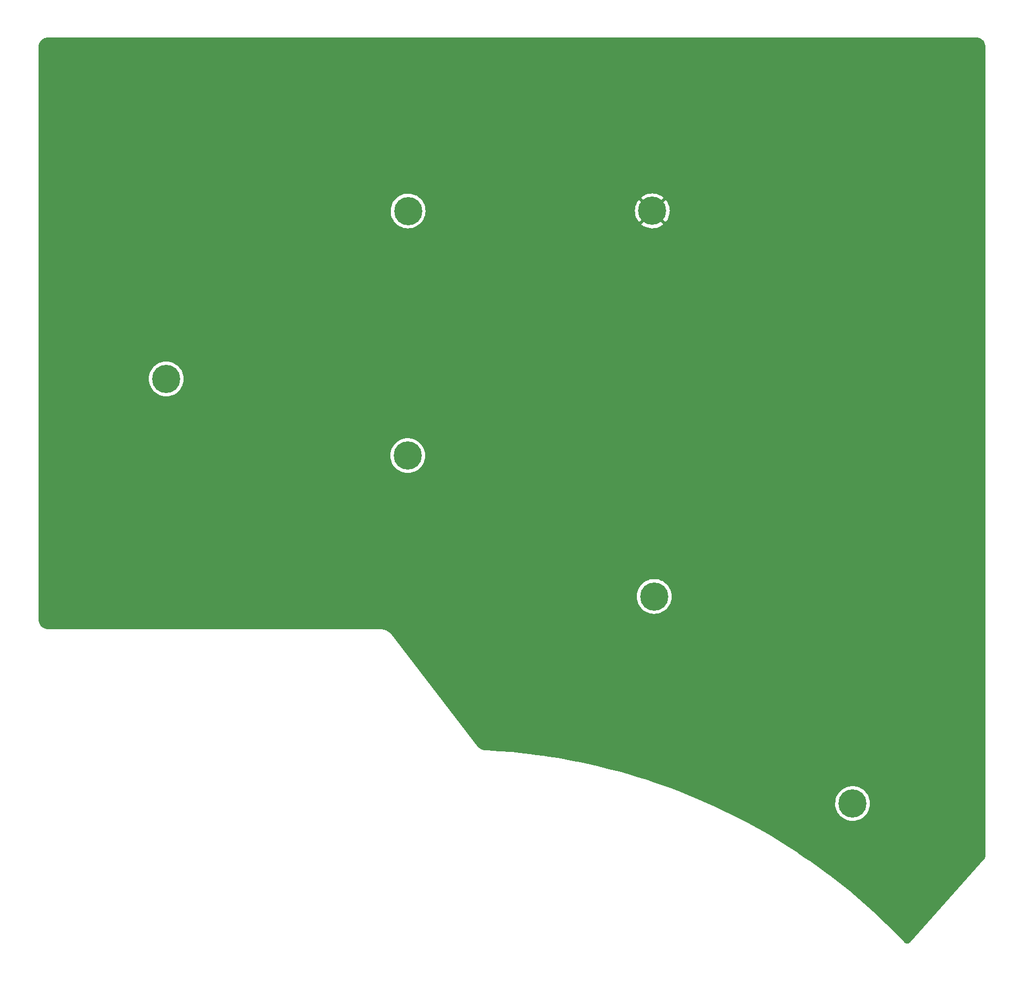
<source format=gtl>
G04 #@! TF.GenerationSoftware,KiCad,Pcbnew,(6.0.5)*
G04 #@! TF.CreationDate,2022-10-04T21:37:59-03:00*
G04 #@! TF.ProjectId,bluejay_base,626c7565-6a61-4795-9f62-6173652e6b69,rev?*
G04 #@! TF.SameCoordinates,Original*
G04 #@! TF.FileFunction,Copper,L1,Top*
G04 #@! TF.FilePolarity,Positive*
%FSLAX46Y46*%
G04 Gerber Fmt 4.6, Leading zero omitted, Abs format (unit mm)*
G04 Created by KiCad (PCBNEW (6.0.5)) date 2022-10-04 21:37:59*
%MOMM*%
%LPD*%
G01*
G04 APERTURE LIST*
G04 #@! TA.AperFunction,ComponentPad*
%ADD10C,4.400000*%
G04 #@! TD*
G04 APERTURE END LIST*
D10*
X-29150000Y-9550000D03*
X-29090000Y28590000D03*
X9000000Y28600000D03*
X40230000Y-63820000D03*
X9300000Y-31520000D03*
X-66800000Y2400000D03*
G04 #@! TA.AperFunction,Conductor*
G36*
X59543344Y55659259D02*
G01*
X59556057Y55656829D01*
X59564993Y55657686D01*
X59564995Y55657686D01*
X59570227Y55658188D01*
X59596413Y55657966D01*
X59776119Y55637646D01*
X59795446Y55633913D01*
X59993168Y55579409D01*
X60011672Y55572715D01*
X60198514Y55488073D01*
X60215733Y55478587D01*
X60387103Y55365884D01*
X60402651Y55353818D01*
X60554373Y55215804D01*
X60567855Y55201462D01*
X60696224Y55041511D01*
X60707305Y55025248D01*
X60808123Y54849130D01*
X60809204Y54847242D01*
X60817614Y54829458D01*
X60890548Y54637749D01*
X60896086Y54618869D01*
X60938269Y54418159D01*
X60940801Y54398639D01*
X60949618Y54225131D01*
X60948504Y54208163D01*
X60948653Y54208157D01*
X60948297Y54199182D01*
X60946674Y54190357D01*
X60947593Y54181431D01*
X60947593Y54181427D01*
X60950837Y54149927D01*
X60951500Y54137021D01*
X60951500Y-71927837D01*
X60950958Y-71939511D01*
X60950571Y-71943672D01*
X60948481Y-71952399D01*
X60948925Y-71961361D01*
X60949223Y-71967382D01*
X60947883Y-71992957D01*
X60935302Y-72073922D01*
X60926106Y-72133095D01*
X60921921Y-72151147D01*
X60872404Y-72310452D01*
X60865619Y-72327693D01*
X60813870Y-72435220D01*
X60794345Y-72464472D01*
X57392836Y-76276154D01*
X49263752Y-85385488D01*
X49254140Y-85395151D01*
X49225323Y-85421142D01*
X49220610Y-85428787D01*
X49219800Y-85429759D01*
X49201518Y-85452613D01*
X49138126Y-85514552D01*
X49134389Y-85518203D01*
X49111626Y-85535843D01*
X49041608Y-85578266D01*
X49015198Y-85594267D01*
X48989029Y-85606275D01*
X48885859Y-85639969D01*
X48881857Y-85641276D01*
X48853639Y-85647029D01*
X48741323Y-85656780D01*
X48712536Y-85655976D01*
X48641421Y-85645776D01*
X48600932Y-85639968D01*
X48573085Y-85632650D01*
X48468035Y-85591719D01*
X48442573Y-85578266D01*
X48417775Y-85561279D01*
X48349559Y-85514550D01*
X48327823Y-85495672D01*
X48268515Y-85430866D01*
X48258514Y-85418442D01*
X48253869Y-85411858D01*
X48249785Y-85403861D01*
X48234922Y-85388117D01*
X48222243Y-85372314D01*
X48210100Y-85354397D01*
X48201542Y-85345213D01*
X48199169Y-85343348D01*
X48197928Y-85342142D01*
X46858203Y-83966790D01*
X46858198Y-83966785D01*
X46857786Y-83966362D01*
X46857394Y-83965975D01*
X46857355Y-83965936D01*
X45487670Y-82614663D01*
X45487192Y-82614191D01*
X44089979Y-81289544D01*
X42666700Y-79992944D01*
X42666226Y-79992529D01*
X41218376Y-78725304D01*
X41218328Y-78725262D01*
X41217918Y-78724904D01*
X39744205Y-77485926D01*
X38246146Y-76276500D01*
X36724332Y-75097103D01*
X36255226Y-74748257D01*
X35179851Y-73948564D01*
X35179826Y-73948546D01*
X35179365Y-73948203D01*
X33611856Y-72830254D01*
X32876703Y-72327693D01*
X32022949Y-71744055D01*
X32022935Y-71744046D01*
X32022425Y-71743697D01*
X31725566Y-71549308D01*
X30412280Y-70689342D01*
X30412247Y-70689321D01*
X30411702Y-70688964D01*
X29972948Y-70413967D01*
X28780838Y-69666793D01*
X28780808Y-69666774D01*
X28780322Y-69666470D01*
X27128931Y-68676620D01*
X25458182Y-67719806D01*
X23768736Y-66796406D01*
X23768199Y-66796126D01*
X23768178Y-66796115D01*
X22061787Y-65907060D01*
X22061783Y-65907058D01*
X22061261Y-65906786D01*
X22060783Y-65906549D01*
X22060736Y-65906525D01*
X21052289Y-65406351D01*
X20336433Y-65051297D01*
X18594933Y-64230277D01*
X17614306Y-63791585D01*
X37516698Y-63791585D01*
X37532936Y-64117759D01*
X37533577Y-64121490D01*
X37533578Y-64121498D01*
X37578145Y-64380861D01*
X37588241Y-64439619D01*
X37681814Y-64752504D01*
X37812297Y-65051881D01*
X37814220Y-65055152D01*
X37814222Y-65055156D01*
X37856584Y-65127215D01*
X37977802Y-65333414D01*
X37980103Y-65336429D01*
X38173631Y-65590012D01*
X38173636Y-65590017D01*
X38175931Y-65593025D01*
X38403814Y-65826953D01*
X38476635Y-65885607D01*
X38655196Y-66029431D01*
X38655201Y-66029435D01*
X38658149Y-66031809D01*
X38935253Y-66204627D01*
X39231112Y-66342903D01*
X39541440Y-66444634D01*
X39861742Y-66508346D01*
X39865514Y-66508633D01*
X39865522Y-66508634D01*
X40183602Y-66532829D01*
X40183607Y-66532829D01*
X40187379Y-66533116D01*
X40513633Y-66518586D01*
X40573425Y-66508634D01*
X40832037Y-66465590D01*
X40832042Y-66465589D01*
X40835778Y-66464967D01*
X41149149Y-66373034D01*
X41152616Y-66371544D01*
X41152620Y-66371543D01*
X41445721Y-66245616D01*
X41445723Y-66245615D01*
X41449205Y-66244119D01*
X41731601Y-66080091D01*
X41960804Y-65907060D01*
X41989221Y-65885607D01*
X41989222Y-65885606D01*
X41992245Y-65883324D01*
X42227363Y-65656670D01*
X42433549Y-65403410D01*
X42479776Y-65330144D01*
X42605788Y-65130428D01*
X42605790Y-65130425D01*
X42607815Y-65127215D01*
X42747638Y-64832084D01*
X42774188Y-64752504D01*
X42849790Y-64525897D01*
X42849792Y-64525891D01*
X42850992Y-64522293D01*
X42916381Y-64202329D01*
X42922956Y-64121498D01*
X42942674Y-63879061D01*
X42942856Y-63876826D01*
X42943451Y-63820000D01*
X42941510Y-63787796D01*
X42924026Y-63497793D01*
X42924026Y-63497789D01*
X42923798Y-63494015D01*
X42918650Y-63465824D01*
X42865805Y-63176473D01*
X42865804Y-63176469D01*
X42865125Y-63172751D01*
X42857722Y-63148907D01*
X42769404Y-62864477D01*
X42768282Y-62860863D01*
X42634670Y-62562869D01*
X42466226Y-62283084D01*
X42463899Y-62280100D01*
X42463894Y-62280093D01*
X42267726Y-62028558D01*
X42267724Y-62028556D01*
X42265390Y-62025563D01*
X42035070Y-61794034D01*
X41778603Y-61591852D01*
X41499705Y-61421945D01*
X41496261Y-61420379D01*
X41496257Y-61420377D01*
X41385667Y-61370095D01*
X41202414Y-61286775D01*
X40891037Y-61188300D01*
X40673492Y-61147390D01*
X40573809Y-61128645D01*
X40573807Y-61128645D01*
X40570086Y-61127945D01*
X40244208Y-61106586D01*
X40240428Y-61106794D01*
X40240427Y-61106794D01*
X40142897Y-61112162D01*
X39918124Y-61124532D01*
X39914397Y-61125193D01*
X39914393Y-61125193D01*
X39757340Y-61153027D01*
X39596557Y-61181522D01*
X39592941Y-61182624D01*
X39592933Y-61182626D01*
X39287789Y-61275627D01*
X39284167Y-61276731D01*
X38985477Y-61408781D01*
X38960041Y-61423914D01*
X38708074Y-61573817D01*
X38708068Y-61573821D01*
X38704814Y-61575757D01*
X38446244Y-61775243D01*
X38443534Y-61777911D01*
X38241076Y-61977214D01*
X38213513Y-62004347D01*
X38211149Y-62007314D01*
X38211146Y-62007317D01*
X38194220Y-62028558D01*
X38009991Y-62259751D01*
X37838626Y-62537757D01*
X37701902Y-62834336D01*
X37700741Y-62837940D01*
X37700741Y-62837941D01*
X37692196Y-62864477D01*
X37601797Y-63145192D01*
X37601079Y-63148903D01*
X37601078Y-63148907D01*
X37540482Y-63462105D01*
X37540481Y-63462114D01*
X37539763Y-63465824D01*
X37539496Y-63469600D01*
X37539495Y-63469605D01*
X37516966Y-63787796D01*
X37516698Y-63791585D01*
X17614306Y-63791585D01*
X16837451Y-63444052D01*
X16836898Y-63443818D01*
X16836862Y-63443802D01*
X15469556Y-62864477D01*
X15064681Y-62692932D01*
X14669100Y-62534528D01*
X13277918Y-61977451D01*
X13277879Y-61977436D01*
X13277325Y-61977214D01*
X13276738Y-61976992D01*
X13276719Y-61976985D01*
X11476653Y-61297394D01*
X11476089Y-61297181D01*
X9661686Y-60653103D01*
X7834833Y-60045234D01*
X7442911Y-59923427D01*
X5996799Y-59473984D01*
X5996765Y-59473974D01*
X5996254Y-59473815D01*
X5847557Y-59430824D01*
X4147311Y-58939254D01*
X4146675Y-58939070D01*
X3834947Y-58855624D01*
X2287407Y-58441368D01*
X2287383Y-58441362D01*
X2286827Y-58441213D01*
X2286230Y-58441066D01*
X2286215Y-58441062D01*
X418104Y-57980602D01*
X417447Y-57980440D01*
X-1460726Y-57556933D01*
X-1461264Y-57556823D01*
X-1461282Y-57556819D01*
X-2205702Y-57404451D01*
X-3346951Y-57170859D01*
X-5240479Y-56822371D01*
X-5809020Y-56729385D01*
X-7139939Y-56511710D01*
X-7139961Y-56511707D01*
X-7140564Y-56511608D01*
X-7141156Y-56511523D01*
X-7141177Y-56511520D01*
X-7953693Y-56395171D01*
X-9046452Y-56238692D01*
X-10054219Y-56114781D01*
X-10956770Y-56003807D01*
X-10956804Y-56003803D01*
X-10957391Y-56003731D01*
X-12872625Y-55806817D01*
X-14791395Y-55648029D01*
X-16694925Y-55528561D01*
X-16698742Y-55528168D01*
X-16700394Y-55527800D01*
X-16706267Y-55527418D01*
X-16708057Y-55527301D01*
X-16708063Y-55527301D01*
X-16712921Y-55526985D01*
X-16717766Y-55527420D01*
X-16717780Y-55527420D01*
X-16728768Y-55528407D01*
X-16751290Y-55528408D01*
X-16758189Y-55527789D01*
X-16758194Y-55527789D01*
X-16767131Y-55526988D01*
X-16782621Y-55530048D01*
X-16782912Y-55530106D01*
X-16807620Y-55532495D01*
X-17010101Y-55532032D01*
X-17027017Y-55530852D01*
X-17196476Y-55507496D01*
X-17253425Y-55499647D01*
X-17270025Y-55496207D01*
X-17490185Y-55434884D01*
X-17506174Y-55429247D01*
X-17716120Y-55338912D01*
X-17731209Y-55331177D01*
X-17927112Y-55213478D01*
X-17941028Y-55203786D01*
X-18090103Y-55084292D01*
X-18110956Y-55063076D01*
X-31883474Y-37260306D01*
X-31892252Y-37247374D01*
X-31904846Y-37226088D01*
X-31904846Y-37226087D01*
X-31909418Y-37218361D01*
X-31958435Y-37172511D01*
X-31960078Y-37170945D01*
X-32001780Y-37130498D01*
X-32001783Y-37130496D01*
X-32008227Y-37124246D01*
X-32012371Y-37122059D01*
X-32015792Y-37118859D01*
X-32019815Y-37116122D01*
X-32019818Y-37116119D01*
X-32022148Y-37114534D01*
X-32026170Y-37111797D01*
X-32032077Y-37108994D01*
X-32034494Y-37107846D01*
X-32044582Y-37102484D01*
X-32283093Y-36961497D01*
X-32283095Y-36961496D01*
X-32285888Y-36959845D01*
X-32288831Y-36958492D01*
X-32288837Y-36958489D01*
X-32556266Y-36835554D01*
X-32559222Y-36834195D01*
X-32562292Y-36833151D01*
X-32562301Y-36833147D01*
X-32840941Y-36738355D01*
X-32840950Y-36738353D01*
X-32844023Y-36737307D01*
X-32901857Y-36724074D01*
X-33134110Y-36670932D01*
X-33134118Y-36670931D01*
X-33137276Y-36670208D01*
X-33435872Y-36633608D01*
X-33439102Y-36633547D01*
X-33439111Y-36633546D01*
X-33693743Y-36628711D01*
X-33700958Y-36628574D01*
X-33715424Y-36627464D01*
X-33719312Y-36626939D01*
X-33719313Y-36626939D01*
X-33724142Y-36626287D01*
X-33729014Y-36626386D01*
X-33731828Y-36626443D01*
X-33731830Y-36626443D01*
X-33736692Y-36626542D01*
X-33741977Y-36627475D01*
X-33753906Y-36629581D01*
X-33775812Y-36631500D01*
X-85177161Y-36631500D01*
X-85197907Y-36629780D01*
X-85209252Y-36627886D01*
X-85209253Y-36627886D01*
X-85218107Y-36626408D01*
X-85233441Y-36628243D01*
X-85258730Y-36628711D01*
X-85429776Y-36614650D01*
X-85447464Y-36611921D01*
X-85639597Y-36568112D01*
X-85656720Y-36562904D01*
X-85840707Y-36492314D01*
X-85856919Y-36484732D01*
X-86029040Y-36388791D01*
X-86044015Y-36378989D01*
X-86200812Y-36259624D01*
X-86214247Y-36247799D01*
X-86283399Y-36177610D01*
X-86352555Y-36107417D01*
X-86364171Y-36093815D01*
X-86481193Y-35935253D01*
X-86490768Y-35920139D01*
X-86584139Y-35746604D01*
X-86591479Y-35730281D01*
X-86659323Y-35545260D01*
X-86664275Y-35528061D01*
X-86705217Y-35335306D01*
X-86707683Y-35317578D01*
X-86718718Y-35153432D01*
X-86717884Y-35135185D01*
X-86717754Y-35127174D01*
X-86716338Y-35118307D01*
X-86720500Y-35085470D01*
X-86721500Y-35069627D01*
X-86721500Y-31491585D01*
X6586698Y-31491585D01*
X6602936Y-31817759D01*
X6603577Y-31821490D01*
X6603578Y-31821498D01*
X6618109Y-31906060D01*
X6658241Y-32139619D01*
X6751814Y-32452504D01*
X6882297Y-32751881D01*
X6884220Y-32755152D01*
X6884222Y-32755156D01*
X6926584Y-32827215D01*
X7047802Y-33033414D01*
X7050103Y-33036429D01*
X7243631Y-33290012D01*
X7243636Y-33290017D01*
X7245931Y-33293025D01*
X7473814Y-33526953D01*
X7546635Y-33585607D01*
X7725196Y-33729431D01*
X7725201Y-33729435D01*
X7728149Y-33731809D01*
X8005253Y-33904627D01*
X8301112Y-34042903D01*
X8611440Y-34144634D01*
X8931742Y-34208346D01*
X8935514Y-34208633D01*
X8935522Y-34208634D01*
X9253602Y-34232829D01*
X9253607Y-34232829D01*
X9257379Y-34233116D01*
X9583633Y-34218586D01*
X9643425Y-34208634D01*
X9902037Y-34165590D01*
X9902042Y-34165589D01*
X9905778Y-34164967D01*
X10219149Y-34073034D01*
X10222616Y-34071544D01*
X10222620Y-34071543D01*
X10515721Y-33945616D01*
X10515723Y-33945615D01*
X10519205Y-33944119D01*
X10801601Y-33780091D01*
X11062245Y-33583324D01*
X11297363Y-33356670D01*
X11503549Y-33103410D01*
X11677815Y-32827215D01*
X11817638Y-32532084D01*
X11844188Y-32452504D01*
X11919790Y-32225897D01*
X11919792Y-32225891D01*
X11920992Y-32222293D01*
X11986381Y-31902329D01*
X11992956Y-31821498D01*
X12012674Y-31579061D01*
X12012856Y-31576826D01*
X12013451Y-31520000D01*
X12011510Y-31487796D01*
X11994026Y-31197793D01*
X11994026Y-31197789D01*
X11993798Y-31194015D01*
X11988650Y-31165824D01*
X11935805Y-30876473D01*
X11935804Y-30876469D01*
X11935125Y-30872751D01*
X11927722Y-30848907D01*
X11839404Y-30564477D01*
X11838282Y-30560863D01*
X11704670Y-30262869D01*
X11536226Y-29983084D01*
X11533899Y-29980100D01*
X11533894Y-29980093D01*
X11337726Y-29728558D01*
X11337724Y-29728556D01*
X11335390Y-29725563D01*
X11105070Y-29494034D01*
X10848603Y-29291852D01*
X10569705Y-29121945D01*
X10566261Y-29120379D01*
X10566257Y-29120377D01*
X10455667Y-29070095D01*
X10272414Y-28986775D01*
X9961037Y-28888300D01*
X9743492Y-28847390D01*
X9643809Y-28828645D01*
X9643807Y-28828645D01*
X9640086Y-28827945D01*
X9314208Y-28806586D01*
X9310428Y-28806794D01*
X9310427Y-28806794D01*
X9212897Y-28812162D01*
X8988124Y-28824532D01*
X8984397Y-28825193D01*
X8984393Y-28825193D01*
X8827341Y-28853027D01*
X8666557Y-28881522D01*
X8662941Y-28882624D01*
X8662933Y-28882626D01*
X8357789Y-28975627D01*
X8354167Y-28976731D01*
X8055477Y-29108781D01*
X8030041Y-29123914D01*
X7778074Y-29273817D01*
X7778068Y-29273821D01*
X7774814Y-29275757D01*
X7516244Y-29475243D01*
X7283513Y-29704347D01*
X7281149Y-29707314D01*
X7281146Y-29707317D01*
X7264220Y-29728558D01*
X7079991Y-29959751D01*
X6908626Y-30237757D01*
X6771902Y-30534336D01*
X6770741Y-30537940D01*
X6770741Y-30537941D01*
X6762196Y-30564477D01*
X6671797Y-30845192D01*
X6671079Y-30848903D01*
X6671078Y-30848907D01*
X6610482Y-31162105D01*
X6610481Y-31162114D01*
X6609763Y-31165824D01*
X6586698Y-31491585D01*
X-86721500Y-31491585D01*
X-86721500Y-9521585D01*
X-31863302Y-9521585D01*
X-31847064Y-9847759D01*
X-31846423Y-9851490D01*
X-31846422Y-9851498D01*
X-31831891Y-9936060D01*
X-31791759Y-10169619D01*
X-31698186Y-10482504D01*
X-31567703Y-10781881D01*
X-31565780Y-10785152D01*
X-31565778Y-10785156D01*
X-31523416Y-10857215D01*
X-31402198Y-11063414D01*
X-31399897Y-11066429D01*
X-31206369Y-11320012D01*
X-31206364Y-11320017D01*
X-31204069Y-11323025D01*
X-30976186Y-11556953D01*
X-30903365Y-11615607D01*
X-30724804Y-11759431D01*
X-30724799Y-11759435D01*
X-30721851Y-11761809D01*
X-30444747Y-11934627D01*
X-30148888Y-12072903D01*
X-29838560Y-12174634D01*
X-29518258Y-12238346D01*
X-29514486Y-12238633D01*
X-29514478Y-12238634D01*
X-29196398Y-12262829D01*
X-29196393Y-12262829D01*
X-29192621Y-12263116D01*
X-28866367Y-12248586D01*
X-28806575Y-12238634D01*
X-28547963Y-12195590D01*
X-28547958Y-12195589D01*
X-28544222Y-12194967D01*
X-28230851Y-12103034D01*
X-28227384Y-12101544D01*
X-28227380Y-12101543D01*
X-27934279Y-11975616D01*
X-27934277Y-11975615D01*
X-27930795Y-11974119D01*
X-27648399Y-11810091D01*
X-27387755Y-11613324D01*
X-27152637Y-11386670D01*
X-26946451Y-11133410D01*
X-26772185Y-10857215D01*
X-26632362Y-10562084D01*
X-26605812Y-10482504D01*
X-26530210Y-10255897D01*
X-26530208Y-10255891D01*
X-26529008Y-10252293D01*
X-26463619Y-9932329D01*
X-26457044Y-9851498D01*
X-26437326Y-9609061D01*
X-26437144Y-9606826D01*
X-26436549Y-9550000D01*
X-26438490Y-9517796D01*
X-26455974Y-9227793D01*
X-26455974Y-9227789D01*
X-26456202Y-9224015D01*
X-26461350Y-9195824D01*
X-26514195Y-8906473D01*
X-26514196Y-8906469D01*
X-26514875Y-8902751D01*
X-26522278Y-8878907D01*
X-26610596Y-8594477D01*
X-26611718Y-8590863D01*
X-26745330Y-8292869D01*
X-26913774Y-8013084D01*
X-26916101Y-8010100D01*
X-26916106Y-8010093D01*
X-27112274Y-7758558D01*
X-27112276Y-7758556D01*
X-27114610Y-7755563D01*
X-27344930Y-7524034D01*
X-27601397Y-7321852D01*
X-27880295Y-7151945D01*
X-27883739Y-7150379D01*
X-27883743Y-7150377D01*
X-27994333Y-7100095D01*
X-28177586Y-7016775D01*
X-28488963Y-6918300D01*
X-28706508Y-6877390D01*
X-28806191Y-6858645D01*
X-28806193Y-6858645D01*
X-28809914Y-6857945D01*
X-29135792Y-6836586D01*
X-29139572Y-6836794D01*
X-29139573Y-6836794D01*
X-29237103Y-6842162D01*
X-29461876Y-6854532D01*
X-29465603Y-6855193D01*
X-29465607Y-6855193D01*
X-29622659Y-6883027D01*
X-29783443Y-6911522D01*
X-29787059Y-6912624D01*
X-29787067Y-6912626D01*
X-30092211Y-7005627D01*
X-30095833Y-7006731D01*
X-30394523Y-7138781D01*
X-30419959Y-7153914D01*
X-30671926Y-7303817D01*
X-30671932Y-7303821D01*
X-30675186Y-7305757D01*
X-30933756Y-7505243D01*
X-31166487Y-7734347D01*
X-31168851Y-7737314D01*
X-31168854Y-7737317D01*
X-31185780Y-7758558D01*
X-31370009Y-7989751D01*
X-31541374Y-8267757D01*
X-31678098Y-8564336D01*
X-31679259Y-8567940D01*
X-31679259Y-8567941D01*
X-31687804Y-8594477D01*
X-31778203Y-8875192D01*
X-31778921Y-8878903D01*
X-31778922Y-8878907D01*
X-31839518Y-9192105D01*
X-31839519Y-9192114D01*
X-31840237Y-9195824D01*
X-31863302Y-9521585D01*
X-86721500Y-9521585D01*
X-86721500Y2428415D01*
X-69513302Y2428415D01*
X-69497064Y2102241D01*
X-69496423Y2098510D01*
X-69496422Y2098502D01*
X-69481891Y2013940D01*
X-69441759Y1780381D01*
X-69348186Y1467496D01*
X-69217703Y1168119D01*
X-69215780Y1164848D01*
X-69215778Y1164844D01*
X-69173416Y1092785D01*
X-69052198Y886586D01*
X-69049897Y883571D01*
X-68856369Y629988D01*
X-68856364Y629983D01*
X-68854069Y626975D01*
X-68626186Y393047D01*
X-68553365Y334393D01*
X-68374804Y190569D01*
X-68374799Y190565D01*
X-68371851Y188191D01*
X-68094747Y15373D01*
X-67798888Y-122903D01*
X-67488560Y-224634D01*
X-67168258Y-288346D01*
X-67164486Y-288633D01*
X-67164478Y-288634D01*
X-66846398Y-312829D01*
X-66846393Y-312829D01*
X-66842621Y-313116D01*
X-66516367Y-298586D01*
X-66456575Y-288634D01*
X-66197963Y-245590D01*
X-66197958Y-245589D01*
X-66194222Y-244967D01*
X-65880851Y-153034D01*
X-65877384Y-151544D01*
X-65877380Y-151543D01*
X-65584279Y-25616D01*
X-65584277Y-25615D01*
X-65580795Y-24119D01*
X-65298399Y139909D01*
X-65037755Y336676D01*
X-64802637Y563330D01*
X-64596451Y816590D01*
X-64422185Y1092785D01*
X-64282362Y1387916D01*
X-64255812Y1467496D01*
X-64180210Y1694103D01*
X-64180208Y1694109D01*
X-64179008Y1697707D01*
X-64113619Y2017671D01*
X-64107044Y2098502D01*
X-64087326Y2340939D01*
X-64087144Y2343174D01*
X-64086549Y2400000D01*
X-64088490Y2432204D01*
X-64105974Y2722207D01*
X-64105974Y2722211D01*
X-64106202Y2725985D01*
X-64111350Y2754176D01*
X-64164195Y3043527D01*
X-64164196Y3043531D01*
X-64164875Y3047249D01*
X-64172278Y3071093D01*
X-64260596Y3355523D01*
X-64261718Y3359137D01*
X-64395330Y3657131D01*
X-64563774Y3936916D01*
X-64566101Y3939900D01*
X-64566106Y3939907D01*
X-64762274Y4191442D01*
X-64762276Y4191444D01*
X-64764610Y4194437D01*
X-64994930Y4425966D01*
X-65251397Y4628148D01*
X-65530295Y4798055D01*
X-65533739Y4799621D01*
X-65533743Y4799623D01*
X-65644333Y4849905D01*
X-65827586Y4933225D01*
X-66138963Y5031700D01*
X-66356508Y5072610D01*
X-66456191Y5091355D01*
X-66456193Y5091355D01*
X-66459914Y5092055D01*
X-66785792Y5113414D01*
X-66789572Y5113206D01*
X-66789573Y5113206D01*
X-66887103Y5107838D01*
X-67111876Y5095468D01*
X-67115603Y5094807D01*
X-67115607Y5094807D01*
X-67272659Y5066973D01*
X-67433443Y5038478D01*
X-67437059Y5037376D01*
X-67437067Y5037374D01*
X-67742211Y4944373D01*
X-67745833Y4943269D01*
X-68044523Y4811219D01*
X-68069959Y4796086D01*
X-68321926Y4646183D01*
X-68321932Y4646179D01*
X-68325186Y4644243D01*
X-68583756Y4444757D01*
X-68816487Y4215653D01*
X-68818851Y4212686D01*
X-68818854Y4212683D01*
X-68835780Y4191442D01*
X-69020009Y3960249D01*
X-69191374Y3682243D01*
X-69328098Y3385664D01*
X-69329259Y3382060D01*
X-69329259Y3382059D01*
X-69337804Y3355523D01*
X-69428203Y3074808D01*
X-69428921Y3071097D01*
X-69428922Y3071093D01*
X-69489518Y2757895D01*
X-69489519Y2757886D01*
X-69490237Y2754176D01*
X-69513302Y2428415D01*
X-86721500Y2428415D01*
X-86721500Y28618415D01*
X-31803302Y28618415D01*
X-31799668Y28545424D01*
X-31787378Y28298557D01*
X-31787064Y28292241D01*
X-31786423Y28288510D01*
X-31786422Y28288502D01*
X-31732871Y27976854D01*
X-31731759Y27970381D01*
X-31638186Y27657496D01*
X-31507703Y27358119D01*
X-31505780Y27354848D01*
X-31505778Y27354844D01*
X-31463416Y27282785D01*
X-31342198Y27076586D01*
X-31339897Y27073571D01*
X-31146369Y26819988D01*
X-31146364Y26819983D01*
X-31144069Y26816975D01*
X-30916186Y26583047D01*
X-30816986Y26503146D01*
X-30664804Y26380569D01*
X-30664799Y26380565D01*
X-30661851Y26378191D01*
X-30384747Y26205373D01*
X-30088888Y26067097D01*
X-29778560Y25965366D01*
X-29458258Y25901654D01*
X-29454486Y25901367D01*
X-29454478Y25901366D01*
X-29136398Y25877171D01*
X-29136393Y25877171D01*
X-29132621Y25876884D01*
X-28806367Y25891414D01*
X-28746575Y25901366D01*
X-28487963Y25944410D01*
X-28487958Y25944411D01*
X-28484222Y25945033D01*
X-28170851Y26036966D01*
X-28167384Y26038456D01*
X-28167380Y26038457D01*
X-27874279Y26164384D01*
X-27874277Y26164385D01*
X-27870795Y26165881D01*
X-27588399Y26329909D01*
X-27345106Y26513577D01*
X7278703Y26513577D01*
X7286227Y26503146D01*
X7425483Y26390980D01*
X7431657Y26386592D01*
X7702271Y26217822D01*
X7708931Y26214206D01*
X7997852Y26079173D01*
X8004905Y26076380D01*
X8307970Y25977030D01*
X8315282Y25975112D01*
X8628092Y25912891D01*
X8635590Y25911863D01*
X8953610Y25887672D01*
X8961173Y25887554D01*
X9279785Y25901743D01*
X9287326Y25902535D01*
X9601924Y25954899D01*
X9609302Y25956589D01*
X9915355Y26046375D01*
X9922450Y26048929D01*
X10215496Y26174831D01*
X10222263Y26178235D01*
X10498042Y26338420D01*
X10504349Y26342610D01*
X10714305Y26501111D01*
X10722761Y26512504D01*
X10716045Y26524744D01*
X9012810Y28227980D01*
X8998869Y28235592D01*
X8997034Y28235461D01*
X8990420Y28231210D01*
X7285818Y26526607D01*
X7278703Y26513577D01*
X-27345106Y26513577D01*
X-27327755Y26526676D01*
X-27092637Y26753330D01*
X-26886451Y27006590D01*
X-26840224Y27079856D01*
X-26714212Y27279572D01*
X-26714210Y27279575D01*
X-26712185Y27282785D01*
X-26572362Y27577916D01*
X-26570110Y27584665D01*
X-26470210Y27884103D01*
X-26470208Y27884109D01*
X-26469008Y27887707D01*
X-26403619Y28207671D01*
X-26401358Y28235461D01*
X-26377326Y28530939D01*
X-26377144Y28533174D01*
X-26376549Y28590000D01*
X-26377083Y28598869D01*
X-26378635Y28624617D01*
X6287388Y28624617D01*
X6303245Y28306086D01*
X6304076Y28298557D01*
X6358085Y27984241D01*
X6359818Y27976854D01*
X6451196Y27671305D01*
X6453799Y27664192D01*
X6581227Y27371827D01*
X6584669Y27365071D01*
X6746296Y27090135D01*
X6750519Y27083850D01*
X6901463Y26886066D01*
X6912989Y26877604D01*
X6925054Y26884265D01*
X8627980Y28587190D01*
X8634357Y28598869D01*
X9364408Y28598869D01*
X9364539Y28597034D01*
X9368790Y28590420D01*
X11073285Y26885926D01*
X11086408Y26878760D01*
X11096709Y26886149D01*
X11200751Y27013945D01*
X11205164Y27020086D01*
X11375349Y27289813D01*
X11379005Y27296464D01*
X11515544Y27584665D01*
X11518375Y27591705D01*
X11619306Y27894233D01*
X11621270Y27901567D01*
X11685122Y28214011D01*
X11686194Y28221535D01*
X11712173Y28540949D01*
X11712378Y28545424D01*
X11712927Y28597779D01*
X11712817Y28602211D01*
X11693529Y28922147D01*
X11692621Y28929649D01*
X11635319Y29243407D01*
X11633518Y29250740D01*
X11538935Y29555345D01*
X11536263Y29562417D01*
X11405781Y29853430D01*
X11402264Y29860157D01*
X11237771Y30133379D01*
X11233481Y30139623D01*
X11097991Y30313353D01*
X11086199Y30321822D01*
X11074486Y30315275D01*
X9372020Y28612810D01*
X9364408Y28598869D01*
X8634357Y28598869D01*
X8635592Y28601131D01*
X8635461Y28602966D01*
X8631210Y28609580D01*
X6926445Y30314344D01*
X6913510Y30321408D01*
X6902949Y30313748D01*
X6782766Y30162928D01*
X6778410Y30156730D01*
X6611059Y29885236D01*
X6607479Y29878560D01*
X6473956Y29588926D01*
X6471206Y29581875D01*
X6373444Y29278292D01*
X6371561Y29270959D01*
X6310979Y28957830D01*
X6309992Y28950330D01*
X6287467Y28632198D01*
X6287388Y28624617D01*
X-26378635Y28624617D01*
X-26395974Y28912207D01*
X-26395974Y28912211D01*
X-26396202Y28915985D01*
X-26401350Y28944176D01*
X-26454195Y29233527D01*
X-26454196Y29233531D01*
X-26454875Y29237249D01*
X-26462278Y29261093D01*
X-26550596Y29545523D01*
X-26551718Y29549137D01*
X-26685330Y29847131D01*
X-26853774Y30126916D01*
X-26856101Y30129900D01*
X-26856106Y30129907D01*
X-27052274Y30381442D01*
X-27052276Y30381444D01*
X-27054610Y30384437D01*
X-27284930Y30615966D01*
X-27374500Y30686577D01*
X7277917Y30686577D01*
X7284520Y30674691D01*
X8987190Y28972020D01*
X9001131Y28964408D01*
X9002966Y28964539D01*
X9009580Y28968790D01*
X10714559Y30673770D01*
X10721571Y30686611D01*
X10713777Y30697299D01*
X10551298Y30825387D01*
X10545075Y30829712D01*
X10272702Y30995643D01*
X10266025Y30999178D01*
X9975686Y31131187D01*
X9968616Y31133901D01*
X9664537Y31230068D01*
X9657186Y31231915D01*
X9343746Y31290858D01*
X9336237Y31291806D01*
X9017989Y31312665D01*
X9010424Y31312705D01*
X8691964Y31295179D01*
X8684450Y31294310D01*
X8370405Y31238652D01*
X8363044Y31236885D01*
X8057980Y31143908D01*
X8050860Y31141260D01*
X7759182Y31012310D01*
X7752445Y31008833D01*
X7478355Y30845767D01*
X7472091Y30841510D01*
X7286385Y30698238D01*
X7277917Y30686577D01*
X-27374500Y30686577D01*
X-27541397Y30818148D01*
X-27820295Y30988055D01*
X-27823739Y30989621D01*
X-27823743Y30989623D01*
X-27934333Y31039905D01*
X-28117586Y31123225D01*
X-28428963Y31221700D01*
X-28646508Y31262610D01*
X-28746191Y31281355D01*
X-28746193Y31281355D01*
X-28749914Y31282055D01*
X-29075792Y31303414D01*
X-29079572Y31303206D01*
X-29079573Y31303206D01*
X-29177103Y31297838D01*
X-29401876Y31285468D01*
X-29405603Y31284807D01*
X-29405607Y31284807D01*
X-29562660Y31256973D01*
X-29723443Y31228478D01*
X-29727059Y31227376D01*
X-29727067Y31227374D01*
X-30009614Y31141260D01*
X-30035833Y31133269D01*
X-30334523Y31001219D01*
X-30359959Y30986086D01*
X-30611926Y30836183D01*
X-30611932Y30836179D01*
X-30615186Y30834243D01*
X-30618188Y30831927D01*
X-30821994Y30674691D01*
X-30873756Y30634757D01*
X-31106487Y30405653D01*
X-31108851Y30402686D01*
X-31108854Y30402683D01*
X-31299906Y30162928D01*
X-31310009Y30150249D01*
X-31481374Y29872243D01*
X-31618098Y29575664D01*
X-31619259Y29572060D01*
X-31619259Y29572059D01*
X-31627804Y29545523D01*
X-31718203Y29264808D01*
X-31718921Y29261097D01*
X-31718922Y29261093D01*
X-31779518Y28947895D01*
X-31779519Y28947886D01*
X-31780237Y28944176D01*
X-31803302Y28618415D01*
X-86721500Y28618415D01*
X-86721500Y54132885D01*
X-86720134Y54151388D01*
X-86717595Y54168492D01*
X-86716277Y54177368D01*
X-86717503Y54186254D01*
X-86717503Y54186260D01*
X-86718359Y54192462D01*
X-86719274Y54217892D01*
X-86708301Y54386005D01*
X-86705808Y54404030D01*
X-86665479Y54593500D01*
X-86660415Y54610978D01*
X-86593217Y54792654D01*
X-86585689Y54809220D01*
X-86493023Y54979324D01*
X-86483187Y54994634D01*
X-86472433Y55008976D01*
X-86366976Y55149627D01*
X-86355049Y55163347D01*
X-86217720Y55299989D01*
X-86203932Y55311854D01*
X-86048374Y55427274D01*
X-86033016Y55437034D01*
X-85862443Y55528850D01*
X-85845840Y55536295D01*
X-85663824Y55602584D01*
X-85646319Y55607560D01*
X-85456657Y55646937D01*
X-85438620Y55649340D01*
X-85352743Y55654513D01*
X-85277526Y55659044D01*
X-85260318Y55658127D01*
X-85260318Y55658130D01*
X-85251349Y55657912D01*
X-85242494Y55656423D01*
X-85233580Y55657479D01*
X-85233579Y55657479D01*
X-85216985Y55659445D01*
X-85207024Y55660625D01*
X-85192202Y55661500D01*
X59519688Y55661500D01*
X59543344Y55659259D01*
G37*
G04 #@! TD.AperFunction*
M02*

</source>
